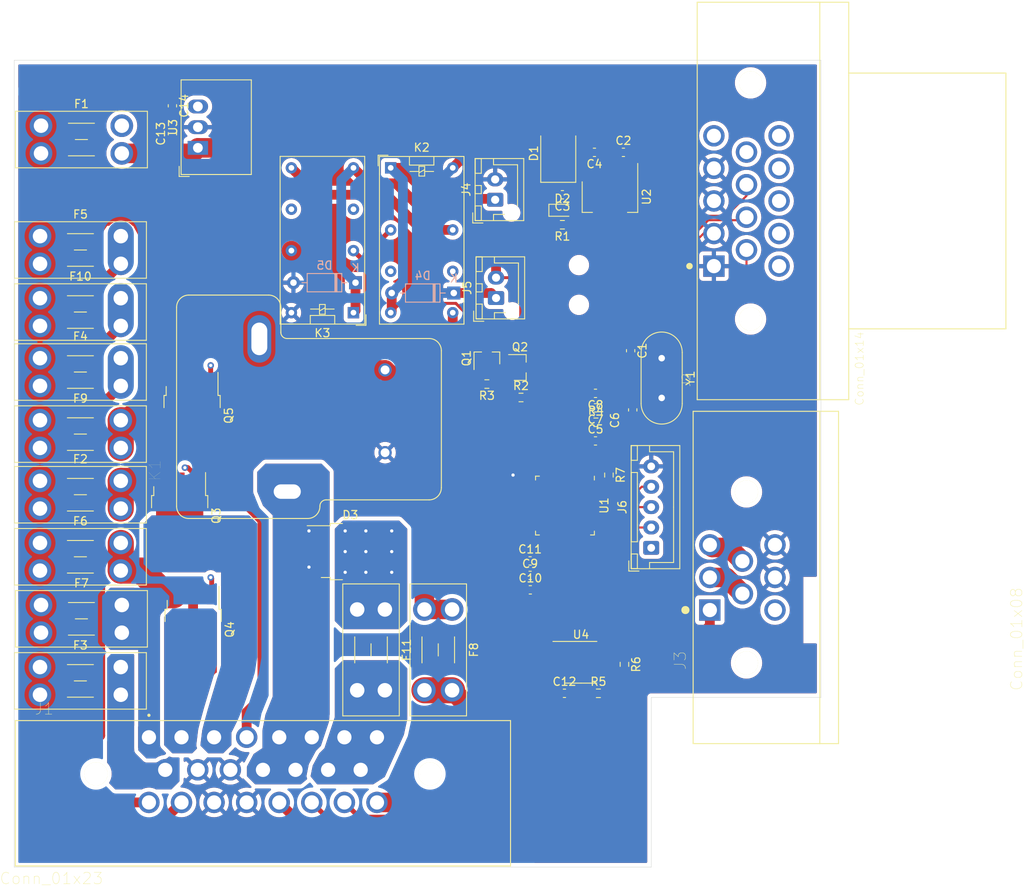
<source format=kicad_pcb>
(kicad_pcb (version 20211014) (generator pcbnew)
  (layers (0 "F.Cu" signal) (31 "B.Cu" signal) (34 "B.Paste" user) (35 "F.Paste" user) (36 "B.SilkS" user "B.Silkscreen") (37 "F.SilkS" user "F.Silkscreen") (38 "B.Mask" user) (39 "F.Mask" user) (44 "Edge.Cuts" user))
  (net 0 "")
  (net 1 "Net-(C1-Pad2)")
  (net 2 "GND")
  (net 3 "Net-(C2-Pad1)")
  (net 4 "+3V3")
  (net 5 "Net-(C5-Pad1)")
  (net 6 "Net-(C6-Pad2)")
  (net 7 "Net-(C7-Pad2)")
  (net 8 "VDD")
  (net 9 "Net-(D2-Pad1)")
  (net 10 "+12VA")
  (net 11 "+12V")
  (net 12 "/FAN_12V")
  (net 13 "/RINEHART")
  (net 14 "/DASH")
  (net 15 "/HVB_12V")
  (net 16 "/PUMP_12V")
  (net 17 "/SPARE")
  (net 18 "/TSV")
  (net 19 "/BRAKE_12V")
  (net 20 "/BRB")
  (net 21 "/DCDC_IN")
  (net 22 "/FAULT_BMS")
  (net 23 "/FAULT_IMD")
  (net 24 "/BRB_RTN")
  (net 25 "+5V")
  (net 26 "/WHEEL_L")
  (net 27 "/WHEEL_R")
  (net 28 "/SUSPENSION_L")
  (net 29 "/SUSPENSION_R")
  (net 30 "/CAN_P")
  (net 31 "/CAN_N")
  (net 32 "/BRAKE_CTRL_12V")
  (net 33 "/FAN_CTRL_12V")
  (net 34 "/PUMP_CTRL_12V")
  (net 35 "B3_TRACESWO")
  (net 36 "A14_SWCLK")
  (net 37 "A13_SWDIO")
  (net 38 "/SSOK")
  (net 39 "/Controller/FAULT_IMD")
  (net 40 "/Controller/FAN_CTRL")
  (net 41 "/Controller/PUMP_CTRL")
  (net 42 "/Controller/BRAKE_CTRL")
  (net 43 "Net-(R5-Pad1)")
  (net 46 "A15")
  (net 49 "/Controller/FAULT_BMS")
  (net 54 "/Controller/CAN_X_P")
  (net 55 "/Controller/CAN_X_N")
  (net 68 "/TEMP_WATER-")
  (net 75 "/NC")
  (net 76 "/charge-controller/dcdc_fuse")
  (net 77 "/FAULT_LATCHER/bms_switch")
  (net 78 "/FAULT_LATCHER/imd_switch")
  (net 79 "/FAULT_LATCHER/connector")
  (footprint "AERO_Footprints:Fuseholder_Blade_Mini_Keystone_3568" (layer "F.Cu") (at 64.128 77.216)
    (fp_text reference "F4")
    (fp_text value "2A")
  )
  (footprint "AERO_Footprints:Fuseholder_Blade_Mini_Keystone_3568" (layer "F.Cu") (at 64.128 115.14)
    (fp_text reference "F3")
    (fp_text value "15A")
  )
  (footprint "AERO_Footprints:Fuseholder_Blade_Mini_Keystone_3568" (layer "F.Cu") (at 64.128 92.28)
    (fp_text reference "F2")
    (fp_text value "10A")
  )
  (footprint "AERO_Footprints:Fuseholder_Blade_Mini_Keystone_3568" (layer "F.Cu") (at 64.128 69.85)
    (fp_text reference "F10")
    (fp_text value "1A")
  )
  (footprint "AERO_Footprints:Fuseholder_Blade_Mini_Keystone_3568" (layer "F.Cu") (at 64.135 62.23)
    (fp_text reference "F5")
    (fp_text value "2A")
  )
  (footprint "AERO_Footprints:Fuseholder_Blade_Mini_Keystone_3568" (layer "F.Cu") (at 64.128 84.836)
    (fp_text reference "F9")
    (fp_text value "2A")
  )
  (footprint "AERO_Footprints:Fuseholder_Blade_Mini_Keystone_3568" (layer "F.Cu") (at 64.255 107.52)
    (fp_text reference "F7")
    (fp_text value "5A")
  )
  (footprint "AERO_Footprints:RELAY_T9VV1K15-12S" (layer "F.Cu") (at 94.4891 84.22245 90)
    (fp_text reference "K1")
    (fp_text value "T9VV1K15-12S")
  )
  (footprint "Package_TO_SOT_SMD:TO-252-2" (layer "F.Cu") (at 102.235 100.965)
    (fp_text reference "D3")
    (fp_text value "D_KAK")
  )
  (footprint "Diode_SMD:D_SMB" (layer "F.Cu") (at 127.762 52.07 90)
    (fp_text reference "D1")
    (fp_text value "D_Schottky")
  )
  (footprint "Connector_JST:JST_XH_B2B-XH-AM_1x02_P2.50mm_Vertical" (layer "F.Cu") (at 120.015 57.765 90)
    (fp_text reference "J4")
    (fp_text value "Conn_01x02")
  )
  (footprint "Relay_THT:Relay_DPDT_Omron_G5V-2" (layer "F.Cu") (at 102.616 71.628 180)
    (fp_text reference "K3")
    (fp_text value "G5V-2")
  )
  (footprint "Package_TO_SOT_SMD:SOT-23" (layer "F.Cu") (at 118.999 77.216 90)
    (fp_text reference "Q1")
    (fp_text value "BSS84")
  )
  (footprint "Package_TO_SOT_SMD:SOT-23" (layer "F.Cu") (at 123.063 78.359)
    (fp_text reference "Q2")
    (fp_text value "2N7002")
  )
  (footprint "Package_DFN_QFN:QFN-48-1EP_7x7mm_P0.5mm_EP5.6x5.6mm" (layer "F.Cu") (at 128.586 95.312 -90)
    (fp_text reference "U1")
    (fp_text value "STM32F413CGUx")
  )
  (footprint "Converter_DCDC:Converter_DCDC_RECOM_R-78B-2.0_THT" (layer "F.Cu") (at 83.5175 51.3925 90)
    (fp_text reference "U3")
    (fp_text value "R-78B5.0-2.0")
  )
  (footprint "Crystal:Crystal_HC49-U_Vertical" (layer "F.Cu") (at 140.462 77.216 -90)
    (fp_text reference "Y1")
    (fp_text value "Crystal")
  )
  (footprint "Relay_THT:Relay_DPDT_Omron_G5V-2" (layer "F.Cu") (at 107.188 53.848)
    (fp_text reference "K2")
    (fp_text value "G5V-2")
  )
  (footprint "AERO_Footprints:Fuseholder_Blade_Mini_Keystone_3568" (layer "F.Cu") (at 64.255 48.67)
    (fp_text reference "F1")
    (fp_text value "2A")
  )
  (footprint "Package_TO_SOT_SMD:SOT-223-3_TabPin2" (layer "F.Cu") (at 134.112 57.404 -90)
    (fp_text reference "U2")
    (fp_text value "LD1117S33TR_SOT223")
  )
  (footprint "AERO_Footprints:Fuseholder_Blade_Mini_Keystone_3568" (layer "F.Cu") (at 64.128 99.9)
    (fp_text reference "F6")
    (fp_text value "15A")
  )
  (footprint "AERO_Footprints:TE_1-776280-1_8pin_Horizontal" (layer "F.Cu") (at 150.876 104.14 90)
    (fp_text reference "J3")
    (fp_text value "Conn_01x08")
  )
  (footprint "AERO_Footprints:Fuseholder_Blade_Mini_Keystone_3568" (layer "F.Cu") (at 106.475 108.07 -90)
    (fp_text reference "F11")
    (fp_text value "20A")
  )
  (footprint "AERO_Footprints:Fuseholder_Blade_Mini_Keystone_3568" (layer "F.Cu") (at 114.73 108.07 -90)
    (fp_text reference "F8")
    (fp_text value "2A")
  )
  (footprint "Capacitor_SMD:C_0603_1608Metric_Pad1.08x0.95mm_HandSolder" (layer "F.Cu") (at 124.3065 103.886)
    (fp_text reference "C9")
    (fp_text value "0.1u")
  )
  (footprint "Capacitor_SMD:C_0603_1608Metric_Pad1.08x0.95mm_HandSolder" (layer "F.Cu") (at 124.333 105.664)
    (fp_text reference "C10")
    (fp_text value "0.1u")
  )
  (footprint "Capacitor_SMD:C_0603_1608Metric_Pad1.08x0.95mm_HandSolder" (layer "F.Cu") (at 124.3065 102.108)
    (fp_text reference "C11")
    (fp_text value "0.1u")
  )
  (footprint "Capacitor_SMD:C_0603_1608Metric_Pad1.08x0.95mm_HandSolder" (layer "F.Cu") (at 128.524 118.364)
    (fp_text reference "C12")
    (fp_text value "0.1u")
  )
  (footprint "LED_SMD:LED_0603_1608Metric_Pad1.05x0.95mm_HandSolder" (layer "F.Cu") (at 128.27 59.055)
    (fp_text reference "D2")
    (fp_text value "LED")
  )
  (footprint "Resistor_SMD:R_0603_1608Metric_Pad0.98x0.95mm_HandSolder" (layer "F.Cu") (at 118.999 80.391 180)
    (fp_text reference "R3")
    (fp_text value "10k")
  )
  (footprint "Resistor_SMD:R_0603_1608Metric_Pad0.98x0.95mm_HandSolder" (layer "F.Cu") (at 123.19 82.042)
    (fp_text reference "R2")
    (fp_text value "10k")
  )
  (footprint "Resistor_SMD:R_0603_1608Metric_Pad0.98x0.95mm_HandSolder" (layer "F.Cu") (at 128.27 60.833 180)
    (fp_text reference "R1")
    (fp_text value "R")
  )
  (footprint "Resistor_SMD:R_0603_1608Metric_Pad0.98x0.95mm_HandSolder" (layer "F.Cu") (at 132.384 85.09)
    (fp_text reference "R4")
    (fp_text value "R")
  )
  (footprint "Capacitor_SMD:C_0603_1608Metric_Pad1.08x0.95mm_HandSolder" (layer "F.Cu") (at 132.334 87.376)
    (fp_text reference "C5")
    (fp_text value "0.1u")
  )
  (footprint "Capacitor_SMD:C_0603_1608Metric_Pad1.08x0.95mm_HandSolder" (layer "F.Cu") (at 136.906 83.566 90)
    (fp_text reference "C6")
    (fp_text value "20p")
  )
  (footprint "Capacitor_SMD:C_0603_1608Metric_Pad1.08x0.95mm_HandSolder" (layer "F.Cu") (at 132.334 81.534 180)
    (fp_text reference "C8")
    (fp_text value "0.1u")
  )
  (footprint "Capacitor_SMD:C_0603_1608Metric_Pad1.08x0.95mm_HandSolder" (layer "F.Cu") (at 128.27 57.15 180)
    (fp_text reference "C3")
    (fp_text value "C")
  )
  (footprint "Capacitor_SMD:C_0603_1608Metric_Pad1.08x0.95mm_HandSolder" (layer "F.Cu") (at 132.334 83.312 180)
    (fp_text reference "C7")
    (fp_text value "0.1u")
  )
  (footprint "Capacitor_SMD:C_0603_1608Metric_Pad1.08x0.95mm_HandSolder" (layer "F.Cu") (at 136.652 76.3005 -90)
    (fp_text reference "C1")
    (fp_text value "20p")
  )
  (footprint "Capacitor_SMD:C_0603_1608Metric_Pad1.08x0.95mm_HandSolder" (layer "F.Cu") (at 132.207 51.943 180)
    (fp_text reference "C4")
    (fp_text value "CP1")
  )
  (footprint "Capacitor_SMD:C_0603_1608Metric_Pad1.08x0.95mm_HandSolder" (layer "F.Cu") (at 135.763 51.943)
    (fp_text reference "C2")
    (fp_text value "C")
  )
  (footprint "Resistor_SMD:R_0603_1608Metric_Pad0.98x0.95mm_HandSolder" (layer "F.Cu") (at 132.6915 118.364)
    (fp_text reference "R5")
    (fp_text value "1k")
  )
  (footprint "Resistor_SMD:R_0603_1608Metric_Pad0.98x0.95mm_HandSolder" (layer "F.Cu") (at 135.89 114.808 -90)
    (fp_text reference "R6")
    (fp_text value "120")
  )
  (footprint "Package_SO:SOIC-8_3.9x4.9mm_P1.27mm" (layer "F.Cu") (at 130.556 114.554)
    (fp_text reference "U4")
    (fp_text value "MCP2551-I-SN")
  )
  (footprint "Connector_JST:JST_XH_B5B-XH-A_1x05_P2.50mm_Vertical" (layer "F.Cu") (at 139.175 100.504 90)
    (fp_text reference "J6")
    (fp_text value "Conn_01x05")
  )
  (footprint "Connector_JST:JST_XH_B2B-XH-AM_1x02_P2.50mm_Vertical" (layer "F.Cu") (at 120.125 69.83 90)
    (fp_text reference "J5")
    (fp_text value "Conn_01x02")
  )
  (footprint "AERO_Footprints:TE_1-776266-1_14pin_Horizontal" (layer "F.Cu") (at 150.876 57.912 90)
    (fp_text reference "J2")
    (fp_text value "Conn_01x14")
  )
  (footprint "AERO_Footprints:TE_1-770669-1_23pin_Horizontal" (layer "F.Cu") (at 77.504 123.762)
    (fp_text reference "J1")
    (fp_text value "Conn_01x23")
  )
  (footprint "Resistor_SMD:R_0603_1608Metric_Pad0.98x0.95mm_HandSolder" (layer "F.Cu") (at 133.985 91.567 -90)
    (fp_text reference "R7")
    (fp_text value "10k")
  )
  (footprint "Package_TO_SOT_SMD:TO-252-3_TabPin4" (layer "F.Cu") (at 82.805 84.26 -90)
    (fp_text reference "Q5")
    (fp_text value "Q_PMOS_GDSD")
  )
  (footprint "Package_TO_SOT_SMD:TO-252-3_TabPin4" (layer "F.Cu") (at 81.28 96.555 -90)
    (fp_text reference "Q3")
    (fp_text value "Q_PMOS_GDSD")
  )
  (footprint "Capacitor_SMD:C_0603_1608Metric_Pad1.08x0.95mm_HandSolder" (layer "F.Cu") (at 80.391 49.657 90)
    (fp_text reference "C13")
    (fp_text value "C")
  )
  (footprint "Package_TO_SOT_SMD:TO-252-3_TabPin4" (layer "F.Cu") (at 82.93 110.525 -90)
    (fp_text reference "Q4")
    (fp_text value "Q_PMOS_GDSD")
  )
  (footprint "Capacitor_SMD:C_0603_1608Metric_Pad1.08x0.95mm_HandSolder" (layer "F.Cu") (at 80.391 46.228 -90)
    (fp_text reference "C14")
    (fp_text value "C")
  )
  (footprint "Diode_THT:D_DO-35_SOD27_P7.62mm_Horizontal" (layer "B.Cu") (at 102.87 67.945 180)
    (fp_text reference "D5")
    (fp_text value "1N4148")
  )
  (footprint "Diode_THT:D_DO-35_SOD27_P7.62mm_Horizontal" (layer "B.Cu") (at 114.935 69.215 180)
    (fp_text reference "D4")
    (fp_text value "1N4148")
  )
  (gr_line (start 60.96 139.7) (end 60.96 40.64) (layer "Edge.Cuts") (width 0.05))
  (gr_line (start 60.96 40.64) (end 160.02 40.64) (layer "Edge.Cuts") (width 0.05))
  (gr_line (start 139.192 139.7) (end 60.96 139.7) (layer "Edge.Cuts") (width 0.05))
  (gr_line (start 160.02 118.872) (end 160.02 40.64) (layer "Edge.Cuts") (width 0.05))
  (gr_line (start 139.192 118.872) (end 139.192 139.7) (layer "Edge.Cuts") (width 0.05))
  (gr_line (start 160.02 118.872) (end 139.192 118.872) (layer "Edge.Cuts") (width 0.05))
  (segment (start 135.05548 87.950146) (end 135.05548 78.75952) (width 0.254) (layer "F.Cu") (net 1))
  (segment (start 134.051146 88.95448) (end 135.05548 87.950146) (width 0.254) (layer "F.Cu") (net 1))
  (segment (start 136.705 77.216) (end 140.462 77.216) (width 0.254) (layer "F.Cu") (net 1))
  (segment (start 130.749146 88.95448) (end 134.051146 88.95448) (width 0.254) (layer "F.Cu") (net 1))
  (segment (start 128.836 91.8745) (end 128.78952 91.82802) (width 0.254) (layer "F.Cu") (net 1))
  (segment (start 136.652 77.163) (end 136.705 77.216) (width 0.254) (layer "F.Cu") (net 1))
  (segment (start 135.05548 78.75952) (end 136.652 77.163) (width 0.254) (layer "F.Cu") (net 1))
  (segment (start 128.78952 90.914106) (end 130.749146 88.95448) (width 0.254) (layer "F.Cu") (net 1))
  (segment (start 128.78952 91.82802) (end 128.78952 90.914106) (width 0.254) (layer "F.Cu") (net 1))
  (segment (start 133.0695 52.9965) (end 131.812 54.254) (width 0.36) (layer "F.Cu") (net 3))
  (segment (start 127.762 54.22) (end 131.778 54.22) (width 1.2) (layer "F.Cu") (net 3))
  (segment (start 133.0695 51.943) (end 134.9005 51.943) (width 1.2) (layer "F.Cu") (net 3))
  (segment (start 133.0695 51.943) (end 133.0695 52.9965) (width 0.36) (layer "F.Cu") (net 3))
  (segment (start 131.778 54.22) (end 131.812 54.254) (width 1.2) (layer "F.Cu") (net 3))
  (segment (start 123.4705 105.664) (end 123.4705 113.1835) (width 0.36) (layer "F.Cu") (net 4))
  (segment (start 134.112 54.254) (end 134.112 60.554) (width 1.2) (layer "F.Cu") (net 4))
  (segment (start 123.444 102.108) (end 123.444 103.886) (width 0.36) (layer "F.Cu") (net 4))
  (segment (start 123.444 103.886) (end 123.444 105.6375) (width 0.36) (layer "F.Cu") (net 4))
  (segment (start 129.1325 57.15) (end 129.1325 59.0425) (width 1.2) (layer "F.Cu") (net 4))
  (segment (start 123.444 98.552) (end 123.92948 98.06652) (width 0.36) (layer "F.Cu") (net 4))
  (segment (start 120.126 78.216) (end 121.031 79.121) (width 0.36) (layer "F.Cu") (net 4))
  (segment (start 123.444 102.108) (end 123.444 98.552) (width 0.36) (layer "F.Cu") (net 4))
  (segment (start 132.613 59.055) (end 134.112 60.554) (width 1.2) (layer "F.Cu") (net 4))
  (segment (start 121.031 80.7955) (end 122.2775 82.042) (width 0.36) (layer "F.Cu") (net 4))
  (segment (start 123.4705 113.1835) (end 125.476 115.189) (width 0.36) (layer "F.Cu") (net 4))
  (segment (start 129.145 59.055) (end 132.613 59.055) (width 1.2) (layer "F.Cu") (net 4))
  (segment (start 119.949 78.216) (end 120.126 78.216) (width 0.36) (layer "F.Cu") (net 4))
  (segment (start 123.4705 114.173) (end 123.4705 113.1835) (width 0.36) (layer "F.Cu") (net 4))
  (segment (start 121.031 79.121) (end 121.031 80.7955) (width 0.36) (layer "F.Cu") (net 4))
  (segment (start 123.92948 98.06652) (end 125.1485 98.06652) (width 0.36) (layer "F.Cu") (net 4))
  (segment (start 129.1325 59.0425) (end 129.145 59.055) (width 1.2) (layer "F.Cu") (net 4))
  (segment (start 125.476 115.189) (end 128.081 115.189) (width 0.36) (layer "F.Cu") (net 4))
  (segment (start 127.6615 118.364) (end 123.4705 114.173) (width 0.36) (layer "F.Cu") (net 4))
  (segment (start 123.444 105.6375) (end 123.4705 105.664) (width 0.36) (layer "F.Cu") (net 4))
  (segment (start 131.4715 87.376) (end 130.048 87.376) (width 0.254) (layer "F.Cu") (net 5))
  (segment (start 128.336 89.088) (end 128.336 91.8745) (width 0.254) (layer "F.Cu") (net 5))
  (segment (start 130.048 87.376) (end 128.336 89.088) (width 0.254) (layer "F.Cu") (net 5))
  (segment (start 135.509 83.693) (end 136.271 82.931) (width 0.254) (layer "F.Cu") (net 6))
  (segment (start 136.6785 82.931) (end 136.906 82.7035) (width 0.254) (layer "F.Cu") (net 6))
  (segment (start 129.336 91.009) (end 130.937 89.408) (width 0.254) (layer "F.Cu") (net 6))
  (segment (start 135.509 88.138) (end 135.509 83.693) (width 0.254) (layer "F.Cu") (net 6))
  (segment (start 136.271 82.931) (end 136.6785 82.931) (width 0.254) (layer "F.Cu") (net 6))
  (segment (start 137.5135 82.096) (end 140.462 82.096) (width 0.254) (layer "F.Cu") (net 6))
  (segment (start 134.239 89.408) (end 135.509 88.138) (width 0.254) (layer "F.Cu") (net 6))
  (segment (start 130.937 89.408) (end 134.239 89.408) (width 0.254) (layer "F.Cu") (net 6))
  (segment (start 136.906 82.7035) (end 137.5135 82.096) (width 0.254) (layer "F.Cu") (net 6))
  (segment (start 129.336 91.8745) (end 129.336 91.009) (width 0.254) (layer "F.Cu") (net 6))
  (segment (start 131.4715 81.534) (end 131.4715 85.09) (width 0.254) (layer "F.Cu") (net 7))
  (segment (start 131.4715 85.311126) (end 131.4715 85.09) (width 0.254) (layer "F.Cu") (net 7))
  (segment (start 127.336 89.446626) (end 131.4715 85.311126) (width 0.254) (layer "F.Cu") (net 7))
  (segment (start 127.336 91.8745) (end 127.336 89.446626) (width 0.254) (layer "F.Cu") (net 7))
  (segment (start 119.51 69.215) (end 120.125 69.83) (width 1.2) (layer "F.Cu") (net 8))
  (segment (start 114.935 69.215) (end 119.51 69.215) (width 1.2) (layer "F.Cu") (net 8))
  (segment (start 83.5175 51.3925) (end 117.7715 51.3925) (width 2.4) (layer "F.Cu") (net 8))
  (segment (start 74.175 52.07) (end 82.84 52.07) (width 2.4) (layer "F.Cu") (net 8))
  (segment (start 117.7715 51.3925) (end 126.2895 51.3925) (width 2.4) (layer "F.Cu") (net 8))
  (segment (start 82.84 52.07) (end 83.5175 51.3925) (width 2.4) (layer "F.Cu") (net 8))
  (segment (start 117.2635 51.3925) (end 117.7715 51.3925) (width 1.2) (layer "F.Cu") (net 8))
  (segment (start 114.808 53.848) (end 117.2635 51.3925) (width 1.2) (layer "F.Cu") (net 8))
  (segment (start 126.2895 51.3925) (end 127.762 49.92) (width 2.4) (layer "F.Cu") (net 8))
  (segment (start 112.395 69.215) (end 114.935 69.215) (width 1.2) (layer "B.Cu") (net 8))
  (segment (start 111.506 57.15) (end 111.506 68.326) (width 1.2) (layer "B.Cu") (net 8))
  (segment (start 114.808 53.848) (end 111.506 57.15) (width 1.2) (layer "B.Cu") (net 8))
  (segment (start 111.506 68.326) (end 112.395 69.215) (width 1.2) (layer "B.Cu") (net 8))
  (segment (start 127.395 60.7955) (end 127.3575 60.833) (width 0.36) (layer "F.Cu") (net 9))
  (segment (start 127.395 59.055) (end 127.395 60.7955) (width 0.36) (layer "F.Cu") (net 9))
  (via (at 97.155 102.87) (size 0.8) (drill 0.4) (layers "F.Cu" "B.Cu") (net 10))
  (via (at 97.155 98.425) (size 0.8) (drill 0.4) (layers "F.Cu" "B.Cu") (net 10))
  (segment (start 74.048 92.28) (end 74.048 95.68) (width 3.2) (layer "F.Cu") (net 12))
  (segment (start 74.048 92.28) (end 78.80548 92.28) (width 3.2) (layer "F.Cu") (net 12))
  (segment (start 78.80548 92.28) (end 78.88048 92.355) (width 3.2) (layer "F.Cu") (net 12))
  (segment (start 67.945 129.413) (end 70.294 131.762) (width 1.2) (layer "F.Cu") (net 14))
  (segment (start 71.52799 123.54401) (end 68.778999 126.293001) (width 1.2) (layer "F.Cu") (net 14))
  (segment (start 71.52799 83.01601) (end 71.52799 123.54401) (width 1.2) (layer "F.Cu") (net 14))
  (segment (start 68.726219 126.293001) (end 67.945 127.07422) (width 1.2) (layer "F.Cu") (net 14))
  (segment (start 74.048 80.616) (end 71.64799 83.01601) (width 1.2) (layer "F.Cu") (net 14))
  (segment (start 70.294 131.762) (end 77.504 131.762) (width 1.2) (layer "F.Cu") (net 14))
  (segment (start 67.945 127.07422) (end 67.945 129.413) (width 1.2) (layer "F.Cu") (net 14))
  (segment (start 68.778999 126.293001) (end 68.726219 126.293001) (width 1.2) (layer "F.Cu") (net 14))
  (segment (start 74.048 80.616) (end 74.048 77.216) (width 3.2) (layer "B.Cu") (net 14))
  (segment (start 146.376 110.037) (end 146.376 108.14) (width 1.2) (layer "F.Cu") (net 15))
  (segment (start 119.540429 136.872571) (end 146.376 110.037) (width 1.2) (layer "F.Cu") (net 15))
  (segment (start 65.14596 130.62518) (end 71.393351 136.872571) (width 1.2) (layer "F.Cu") (net 15))
  (segment (start 65.14596 125.91482) (end 65.14596 130.62518) (width 1.2) (layer "F.Cu") (net 15))
  (segment (start 68.58 71.105) (end 68.58 122.48078) (width 1.2) (layer "F.Cu") (net 15))
  (segment (start 68.58 122.48078) (end 65.14596 125.91482) (width 1.2) (layer "F.Cu") (net 15))
  (segment (start 74.055 65.63) (end 68.58 71.105) (width 1.2) (layer "F.Cu") (net 15))
  (segment (start 71.393351 136.872571) (end 119.540429 136.872571) (width 1.2) (layer "F.Cu") (net 15))
  (segment (start 74.048 65.376) (end 74.048 61.976) (width 3.2) (layer "B.Cu") (net 15))
  (segment (start 76.580489 103.3) (end 79.605489 106.325) (width 3.2) (layer "F.Cu") (net 16))
  (segment (start 74.048 103.3) (end 76.580489 103.3) (width 3.2) (layer "F.Cu") (net 16))
  (segment (start 74.048 99.9) (end 74.048 103.3) (width 3.2) (layer "F.Cu") (net 16))
  (segment (start 79.605489 106.325) (end 80.53048 106.325) (width 3.2) (layer "F.Cu") (net 16))
  (segment (start 116.119999 128.990001) (end 116.119999 119.379999) (width 2.4) (layer "F.Cu") (net 18))
  (segment (start 114.73 117.99) (end 111.33 117.99) (width 3.2) (layer "F.Cu") (net 18))
  (segment (start 105.504 131.762) (end 113.348 131.762) (width 2.4) (layer "F.Cu") (net 18))
  (segment (start 113.348 131.762) (end 116.119999 128.990001) (width 2.4) (layer "F.Cu") (net 18))
  (segment (start 116.119999 119.379999) (end 114.73 117.99) (width 2.4) (layer "F.Cu") (net 18))
  (segment (start 74.048 84.836) (end 75.264489 84.836) (width 3.2) (layer "F.Cu") (net 19))
  (segment (start 80.040489 80.06) (end 80.405489 80.06) (width 3.2) (layer "F.Cu") (net 19))
  (segment (start 74.048 84.836) (end 74.048 88.236) (width 3.2) (layer "F.Cu") (net 19))
  (segment (start 75.264489 84.836) (end 80.040489 80.06) (width 3.2) (layer "F.Cu") (net 19))
  (segment (start 71.12 134.62) (end 78.646 134.62) (width 1.2) (layer "F.Cu") (net 20))
  (segment (start 74.048 73.25) (end 70.12847 77.16953) (width 1.2) (layer "F.Cu") (net 20))
  (segment (start 78.646 134.62) (end 81.504 131.762) (width 1.2) (layer "F.Cu") (net 20))
  (segment (start 70.12847 77.16953) (end 70.12847 122.91153) (width 1.2) (layer "F.Cu") (net 20))
  (segment (start 66.54548 130.04548) (end 71.12 134.62) (width 1.2) (layer "F.Cu") (net 20))
  (segment (start 66.54548 126.49452) (end 66.54548 130.04548) (width 1.2) (layer "F.Cu") (net 20))
  (segment (start 70.12847 122.91153) (end 66.54548 126.49452) (width 1.2) (layer "F.Cu") (net 20))
  (segment (start 74.048 72.996) (end 74.048 69.596) (width 3.2) (layer "B.Cu") (net 20))
  (segment (start 113.939473 133.574011) (end 118.11 129.403484) (width 0.6) (layer "F.Cu") (net 22))
  (segment (start 118.11 86.995) (end 104.14 73.025) (width 0.6) (layer "F.Cu") (net 22))
  (segment (start 104.169511 65.561511) (end 102.616 64.008) (width 0.6) (layer "F.Cu") (net 22))
  (segment (start 104.169511 72.995489) (end 104.169511 65.561511) (width 0.6) (layer "F.Cu") (net 22))
  (segment (start 101.504 131.762) (end 103.316011 133.574011) (width 0.6) (layer "F.Cu") (net 22))
  (segment (start 104.14 73.025) (end 104.169511 72.995489) (width 0.6) (layer "F.Cu") (net 22))
  (segment (start 118.11 129.403484) (end 118.11 86.995) (width 0.6) (layer "F.Cu") (net 22))
  (segment (start 103.316011 133.574011) (end 113.939473 133.574011) (width 0.6) (layer "F.Cu") (net 22))
  (segment (start 118.90952 129.734656) (end 118.90952 86.52452) (width 0.6) (layer "F.Cu") (net 23))
  (segment (start 100.115531 134.373531) (end 114.270645 134.373531) (width 0.6) (layer "F.Cu") (net 23))
  (segment (start 97.504 131.762) (end 100.115531 134.373531) (width 0.6) (layer "F.Cu") (net 23))
  (segment (start 104.969031 63.686969) (end 107.188 61.468) (width 0.6) (layer "F.Cu") (net 23))
  (segment (start 114.270645 134.373531) (end 118.90952 129.734656) (width 0.6) (layer "F.Cu") (net 23))
  (segment (start 118.90952 86.52452) (end 104.969031 72.584031) (width 0.6) (layer "F.Cu") (net 23))
  (segment (start 104.969031 72.584031) (end 104.969031 63.686969) (width 0.6) (layer "F.Cu") (net 23))
  (segment (start 97.215051 135.473051) (end 114.726081 135.473051) (width 1.2) (layer "F.Cu") (net 24))
  (segment (start 93.504 131.762) (end 97.215051 135.473051) (width 1.2) (layer "F.Cu") (net 24))
  (segment (start 114.726081 135.473051) (end 120.00904 130.190092) (width 1.2) (layer "F.Cu") (net 24))
  (segment (start 120.00904 86.069084) (end 114.808 80.868044) (width 1.2) (layer "F.Cu") (net 24))
  (segment (start 120.00904 130.190092) (end 120.00904 86.069084) (width 1.2) (layer "F.Cu") (net 24))
  (segment (start 114.808 80.868044) (end 114.808 71.628) (width 1.2) (layer "F.Cu") (net 24))
  (segment (start 126.836 89.064) (end 129.667 86.233) (width 0.254) (layer "F.Cu") (net 26))
  (segment (start 129.667 86.233) (end 129.667 78.486) (width 0.254) (layer "F.Cu") (net 26))
  (segment (start 142.241 65.912) (end 146.876 65.912) (width 0.254) (layer "F.Cu") (net 26))
  (segment (start 126.836 91.8745) (end 126.836 89.064) (width 0.254) (layer "F.Cu") (net 26))
  (segment (start 129.667 78.486) (end 142.241 65.912) (width 0.254) (layer "F.Cu") (net 26))
  (segment (start 126.456626 88.802) (end 129.21348 86.045146) (width 0.254) (layer "F.Cu") (net 27))
  (segment (start 129.21348 86.045146) (end 129.21348 78.298146) (width 0.254) (layer "F.Cu") (net 27))
  (segment (start 145.599626 61.912) (end 146.876 61.912) (width 0.254) (layer "F.Cu") (net 27))
  (segment (start 126.336 88.802) (end 126.456626 88.802) (width 0.254) (layer "F.Cu") (net 27))
  (segment (start 129.21348 78.298146) (end 145.599626 61.912) (width 0.254) (layer "F.Cu") (net 27))
  (segment (start 126.336 91.8745) (end 126.336 88.802) (width 0.254) (layer "F.Cu") (net 27))
  (segment (start 144.710126 61.759961) (end 146.197098 60.272989) (width 0.254) (layer "F.Cu") (net 28))
  (segment (start 125.836 91.8745) (end 125.836 88.660626) (width 0.254) (layer "F.Cu") (net 28))
  (segment (start 128.75996 85.736666) (end 128.75996 78.110292) (width 0.254) (layer "F.Cu") (net 28))
  (segment (start 125.836 88.660626) (end 128.75996 85.736666) (width 0.254) (layer "F.Cu") (net 28))
  (segment (start 144.710126 62.160126) (end 144.710126 61.759961) (width 0.254) (layer "F.Cu") (net 28))
  (segment (start 150.515011 60.272989) (end 150.876 59.912) (width 0.254) (layer "F.Cu") (net 28))
  (segment (start 128.75996 78.110292) (end 144.710126 62.160126) (width 0.254) (layer "F.Cu") (net 28))
  (segment (start 146.197098 60.272989) (end 150.515011 60.272989) (width 0.254) (layer "F.Cu") (net 28))
  (segment (start 125.1485 92.562) (end 125.1485 88.706752) (width 0.254) (layer "F.Cu") (net 29))
  (segment (start 128.30644 77.922438) (end 143.754439 62.474439) (width 0.254) (layer "F.Cu") (net 29))
  (segment (start 128.30644 85.548812) (end 128.30644 77.922438) (width 0.254) (layer "F.Cu") (net 29))
  (segment (start 146.094357 59.734356) (end 148.418644 59.734356) (width 0.254) (layer "F.Cu") (net 29))
  (segment (start 125.1485 88.706752) (end 128.30644 85.548812) (width 0.254) (layer "F.Cu") (net 29))
  (segment (start 148.418644 59.734356) (end 150.876 57.277) (width 0.254) (layer "F.Cu") (net 29))
  (segment (start 150.876 57.277) (end 150.876 55.912) (width 0.254) (layer "F.Cu") (net 29))
  (segment (start 143.754439 62.474439) (end 143.754439 62.074274) (width 0.254) (layer "F.Cu") (net 29))
  (segment (start 143.754439 62.074274) (end 146.094357 59.734356) (width 0.254) (layer "F.Cu") (net 29))
  (segment (start 150.376 102.14) (end 148.693 100.457) (width 2.4) (layer "F.Cu") (net 30))
  (segment (start 146.693 100.457) (end 146.376 100.14) (width 2.4) (layer "F.Cu") (net 30))
  (segment (start 148.693 100.457) (end 146.693 100.457) (width 2.4) (layer "F.Cu") (net 30))
  (segment (start 148.376 104.14) (end 150.376 106.14) (width 2.4) (layer "F.Cu") (net 31))
  (segment (start 146.376 104.14) (end 148.376 104.14) (width 2.4) (layer "F.Cu") (net 31))
  (segment (start 82.805 82.195) (end 82.805 88.495) (width 1.2) (layer "F.Cu") (net 32))
  (segment (start 91.44 97.13) (end 91.44 118.745) (width 1.2) (layer "F.Cu") (net 32))
  (segment (start 82.805 88.495) (end 91.44 97.13) (width 1.2) (layer "F.Cu") (net 32))
  (segment (start 89.504 120.681) (end 89.504 123.762) (width 1.2) (layer "F.Cu") (net 32))
  (segment (start 82.805 80.06) (end 82.805 86.36) (width 1.2) (layer "F.Cu") (net 32))
  (segment (start 91.44 118.745) (end 89.504 120.681) (width 1.2) (layer "F.Cu") (net 32))
  (segment (start 81.28 92.355) (end 81.28 100.33) (width 1.2) (layer "F.Cu") (net 33))
  (segment (start 82.93 105.655) (end 82.93 111.955) (width 1.2) (layer "F.Cu") (net 34))
  (segment (start 138.009 93.004) (end 139.175 93.004) (width 0.254) (layer "F.Cu") (net 35))
  (segment (start 133.951 97.062) (end 138.009 93.004) (width 0.254) (layer "F.Cu") (net 35))
  (segment (start 132.0235 97.062) (end 133.951 97.062) (width 0.254) (layer "F.Cu") (net 35))
  (segment (start 137.033 95.504) (end 139.175 95.504) (width 0.254) (layer "F.Cu") (net 36))
  (segment (start 132.0235 98.062) (end 134.475 98.062) (width 0.254) (layer "F.Cu") (net 36))
  (segment (start 134.475 98.062) (end 137.033 95.504) (width 0.254) (layer "F.Cu") (net 36))
  (segment (start 130.336 98.7495) (end 130.336 100.11) (width 0.254) (layer "F.Cu") (net 37))
  (segment (start 132.594374 100.584) (end 135.174374 98.004) (width 0.254) (layer "F.Cu") (net 37))
  (segment (start 130.81 100.584) (end 132.594374 100.584) (width 0.254) (layer "F.Cu") (net 37))
  (segment (start 135.174374 98.004) (end 139.175 98.004) (width 0.254) (layer "F.Cu") (net 37))
  (segment (start 130.336 100.11) (end 130.81 100.584) (width 0.254) (layer "F.Cu") (net 37))
  (segment (start 106.4991 78.65745) (end 111.33 83.48835) (width 2.4) (layer "F.Cu") (net 38))
  (segment (start 111.33 83.48835) (end 111.33 108.07) (width 2.4) (layer "F.Cu") (net 38))
  (segment (start 99.06 68.072) (end 99.06 75.565) (width 2.4) (layer "F.Cu") (net 38))
  (segment (start 111.33 108.07) (end 114.73 108.07) (width 2.4) (layer "F.Cu") (net 38))
  (segment (start 102.15245 78.65745) (end 106.4991 78.65745) (width 2.4) (layer "F.Cu") (net 38))
  (segment (start 99.06 75.565) (end 102.15245 78.65745) (width 2.4) (layer "F.Cu") (net 38))
  (segment (start 94.996 64.008) (end 99.06 68.072) (width 2.4) (layer "F.Cu") (net 38))
  (segment (start 125.10952 95.10848) (end 122.419854 95.10848) (width 0.254) (layer "F.Cu") (net 39))
  (segment (start 125.1485 95.0695) (end 125.10952 95.10848) (width 0.254) (layer "F.Cu") (net 39))
  (segment (start 124.063 82.0025) (end 124.063 78.359) (width 0.36) (layer "F.Cu") (net 39))
  (segment (start 124.1025 83.1615) (end 124.1025 82.042) (width 0.254) (layer "F.Cu") (net 39))
  (segment (start 121.48452 85.77948) (end 124.1025 83.1615) (width 0.254) (layer "F.Cu") (net 39))
  (segment (start 124.1025 82.042) (end 124.063 82.0025) (width 0.36) (layer "F.Cu") (net 39))
  (segment (start 121.48452 94.173146) (end 121.48452 85.77948) (width 0.254) (layer "F.Cu") (net 39))
  (segment (start 125.1485 95.062) (end 125.1485 95.0695) (width 0.254) (layer "F.Cu") (net 39))
  (segment (start 122.419854 95.10848) (end 121.48452 94.173146) (width 0.254) (layer "F.Cu") (net 39))
  (segment (start 82.280987 90.656965) (end 81.921903 90.656965) (width 0.6) (layer "F.Cu") (net 40))
  (segment (start 83.56 92.355) (end 83.465 92.355) (width 0.6) (layer "F.Cu") (net 40))
  (segment (start 83.465 92.355) (end 83.465 91.840978) (width 0.6) (layer "F.Cu") (net 40))
  (segment (start 83.465 91.840978) (end 82.280987 90.656965) (width 0.6) (layer "F.Cu") (net 40))
  (via (at 81.921903 90.656965) (size 0.8) (drill 0.4) (layers "F.Cu" "B.Cu") (net 40))
  (segment (start 85.21 106.325) (end 85.21 106.165) (width 0.6) (layer "F.Cu") (net 41))
  (segment (start 85.21 106.165) (end 85.21 104.26) (width 0.6) (layer "F.Cu") (net 41))
  (segment (start 85.21 104.26) (end 85.09 104.14) (width 0.6) (layer "F.Cu") (net 41))
  (via (at 85.09 104.14) (size 0.8) (drill 0.4) (layers "F.Cu" "B.Cu") (net 41))
  (segment (start 125.1485 93.062) (end 123.70602 93.062) (width 0.254) (layer "F.Cu") (net 42))
  (segment (start 85.085 78.11) (end 85.09 78.105) (width 0.6) (layer "F.Cu") (net 42))
  (segment (start 123.70602 93.062) (end 122.21102 91.567) (width 0.254) (layer "F.Cu") (net 42))
  (segment (start 85.085 80.06) (end 85.085 78.11) (width 0.6) (layer "F.Cu") (net 42))
  (via (at 85.09 78.105) (size 0.8) (drill 0.4) (layers "F.Cu" "B.Cu") (net 42))
  (via (at 122.21102 91.567) (size 0.8) (drill 0.4) (layers "F.Cu" "B.Cu") (net 42))
  (segment (start 122.21102 91.567) (end 112.903 91.567) (width 0.254) (layer "B.Cu") (net 42))
  (segment (start 131.826 112.649) (end 133.031 112.649) (width 0.36) (layer "F.Cu") (net 43))
  (segment (start 131.064 113.411) (end 131.826 112.649) (width 0.36) (layer "F.Cu") (net 43))
  (segment (start 131.779 118.364) (end 131.064 117.649) (width 0.36) (layer "F.Cu") (net 43))
  (segment (start 131.064 117.649) (end 131.064 113.411) (width 0.36) (layer "F.Cu") (net 43))
  (segment (start 119.9115 84.6055) (end 119.9115 80.391) (width 0.254) (layer "F.Cu") (net 49))
  (segment (start 118.999 79.4785) (end 119.9115 80.391) (width 0.36) (layer "F.Cu") (net 49))
  (segment (start 118.999 76.216) (end 118.999 79.4785) (width 0.36) (layer "F.Cu") (net 49))
  (segment (start 125.1485 95.562) (end 122.232 95.562) (width 0.254) (layer "F.Cu") (net 49))
  (segment (start 121.031 85.725) (end 119.9115 84.6055) (width 0.254) (layer "F.Cu") (net 49))
  (segment (start 121.031 94.361) (end 121.031 85.725) (width 0.254) (layer "F.Cu") (net 49))
  (segment (start 122.232 95.562) (end 121.031 94.361) (width 0.254) (layer "F.Cu") (net 49))
  (segment (start 150.876 68.961) (end 150.876 63.912) (width 0.254) (layer "F.Cu") (net 68))
  (segment (start 131.318 90.551) (end 133.8815 90.551) (width 0.254) (layer "F.Cu") (net 68))
  (segment (start 144.653 75.184) (end 150.876 68.961) (width 0.254) (layer "F.Cu") (net 68))
  (segment (start 144.653 79.9865) (end 144.653 75.184) (width 0.254) (layer "F.Cu") (net 68))
  (segment (start 133.8815 90.551) (end 133.985 90.6545) (width 0.254) (layer "F.Cu") (net 68))
  (segment (start 133.985 90.6545) (end 144.653 79.9865) (width 0.254) (layer "F.Cu") (net 68))
  (segment (start 130.836 91.033) (end 131.318 90.551) (width 0.254) (layer "F.Cu") (net 68))
  (segment (start 130.836 91.8745) (end 130.836 91.033) (width 0.254) (layer "F.Cu") (net 68))
  (via (at 101.6 98.425) (size 0.8) (drill 0.4) (layers "F.Cu" "B.Cu") (net 76))
  (via (at 107.315 100.965) (size 0.8) (drill 0.4) (layers "F.Cu" "B.Cu") (net 76))
  (via (at 101.6 103.505) (size 0.8) (drill 0.4) (layers "F.Cu" "B.Cu") (net 76))
  (via (at 104.14 100.965) (size 0.8) (drill 0.4) (layers "F.Cu" "B.Cu") (net 76))
  (via (at 104.14 103.505) (size 0.8) (drill 0.4) (layers "F.Cu" "B.Cu") (net 76))
  (via (at 104.14 98.425) (size 0.8) (drill 0.4) (layers "F.Cu" "B.Cu") (net 76))
  (via (at 101.6 100.965) (size 0.8) (drill 0.4) (layers "F.Cu" "B.Cu") (net 76))
  (via (at 107.315 103.505) (size 0.8) (drill 0.4) (layers "F.Cu" "B.Cu") (net 76))
  (via (at 107.315 98.425) (size 0.8) (drill 0.4) (layers "F.Cu" "B.Cu") (net 76))
  (segment (start 119.90548 57.65548) (end 120.015 57.765) (width 1.2) (layer "F.Cu") (net 77))
  (segment (start 107.315 71.501) (end 107.188 71.628) (width 1.2) (layer "F.Cu") (net 77))
  (segment (start 108.331 70.485) (end 107.188 71.628) (width 0.36) (layer "F.Cu") (net 77))
  (segment (start 118.049 73.34234) (end 115.19166 70.485) (width 0.36) (layer "F.Cu") (net 77))
  (segment (start 112.26548 57.65548) (end 119.90548 57.65548) (width 1.2) (layer "F.Cu") (net 77))
  (segment (start 108.458 53.848) (end 112.26548 57.65548) (width 1.2) (layer "F.Cu") (net 77))
  (segment (start 107.315 69.215) (end 107.315 71.501) (width 1.2) (layer "F.Cu") (net 77))
  (segment (start 115.19166 70.485) (end 108.331 70.485) (width 0.36) (layer "F.Cu") (net 77))
  (segment (start 118.049 78.216) (end 118.049 73.34234) (width 0.36) (layer "F.Cu") (net 77))
  (segment (start 107.188 53.848) (end 108.458 53.848) (width 1.2) (layer "F.Cu") (net 77))
  (segment (start 108.687511 55.347511) (end 107.188 53.848) (width 1.2) (layer "B.Cu") (net 77))
  (segment (start 107.315 69.215) (end 108.687511 67.842489) (width 1.2) (layer "B.Cu") (net 77))
  (segment (start 108.687511 67.842489) (end 108.687511 55.347511) (width 1.2) (layer "B.Cu") (net 77))
  (segment (start 107.82048 55.75048) (end 111.125 59.055) (width 1.2) (layer "F.Cu") (net 78))
  (segment (start 121.686 67.33) (end 120.125 67.33) (width 0.36) (layer "F.Cu") (net 78))
  (segment (start 102.87 67.945) (end 102.87 71.374) (width 1.2) (layer "F.Cu") (net 78))
  (segment (start 104.51848 55.75048) (end 107.82048 55.75048) (width 1.2) (layer "F.Cu") (net 78))
  (segment (start 114.935 59.055) (end 120.125 64.245) (width 1.2) (layer "F.Cu") (net 78))
  (segment (start 102.87 71.374) (end 102.616 71.628) (width 1.2) (layer "F.Cu") (net 78))
  (segment (start 123.154521 76.317479) (end 123.154521 68.798521) (width 0.36) (layer "F.Cu") (net 78))
  (segment (start 120.125 64.245) (end 120.125 67.33) (width 1.2) (layer "F.Cu") (net 78))
  (segment (start 122.063 77.409) (end 123.154521 76.317479) (width 0.36) (layer "F.Cu") (net 78))
  (segment (start 102.616 53.848) (end 104.51848 55.75048) (width 1.2) (layer "F.Cu") (net 78))
  (segment (start 111.125 59.055) (end 114.935 59.055) (width 1.2) (layer "F.Cu") (net 78))
  (segment (start 123.154521 68.798521) (end 121.686 67.33) (width 0.36) (layer "F.Cu") (net 78))
  (segment (start 102.87 67.945) (end 101.116489 66.191489) (width 1.2) (layer "B.Cu") (net 78))
  (segment (start 101.116489 55.347511) (end 102.616 53.848) (width 1.2) (layer "B.Cu") (net 78))
  (segment (start 101.116489 66.191489) (end 101.116489 55.347511) (width 1.2) (layer "B.Cu") (net 78))
  (segment (start 94.996 53.848) (end 98.298 57.15) (width 1.2) (layer "F.Cu") (net 79))
  (segment (start 106.68 57.15) (end 110.998 61.468) (width 1.2) (layer "F.Cu") (net 79))
  (segment (start 98.298 57.15) (end 106.68 57.15) (width 1.2) (layer "F.Cu") (net 79))
  (segment (start 110.998 61.468) (end 114.808 61.468) (width 1.2) (layer "F.Cu") (net 79))
  (zone (net 2) (net_name "GND") (layer "F.Cu") (connect_pads (clearance 0.508)) (min_thickness 0.254) (fill yes (thermal_gap 0.508) (thermal_bridge_width 0.508))
    (polygon (pts (xy 160.02 118.872) (xy 139.192 118.872) (xy 139.192 139.7) (xy 60.96 139.7) (xy 60.96 40.64) (xy 160.02 40.64)))
  )
  (zone (net 17) (net_name "/SPARE") (layers F&B.Cu) (priority 2) (connect_pads yes (clearance 0.508)) (min_thickness 0.254) (fill yes (thermal_gap 0.508) (thermal_bridge_width 0.508) (smoothing chamfer) (radius 1))
    (polygon (pts (xy 80.01 126.365) (xy 76.2 126.365) (xy 76.2 113.03) (xy 71.755 113.03) (xy 71.755 105.41) (xy 80.01 105.41)))
  )
  (zone (net 21) (net_name "/DCDC_IN") (layers F&B.Cu) (priority 5) (connect_pads yes (clearance 0.508)) (min_thickness 0.254) (fill yes (thermal_gap 0.508) (thermal_bridge_width 0.508) (smoothing chamfer) (radius 1))
    (polygon (pts (xy 109.22 122.555) (xy 106.045 129.54) (xy 97.155 129.54) (xy 97.79 126.365) (xy 99.06 125.095) (xy 100.33 121.285) (xy 100.33 114.3) (xy 109.22 114.3)))
  )
  (zone (net 10) (net_name "+12VA") (layers F&B.Cu) (priority 4) (connect_pads yes (clearance 0.508)) (min_thickness 0.254) (fill yes (thermal_gap 0.508) (thermal_bridge_width 0.508) (smoothing chamfer) (radius 1))
    (polygon (pts (xy 99.695 121.92) (xy 99.06 125.095) (xy 97.79 126.365) (xy 97.155 129.54) (xy 89.535 129.54) (xy 89.535 126.365) (xy 91.44 125.095) (xy 91.44 121.92) (xy 92.71 118.745) (xy 92.71 96.52) (xy 90.805 94.615) (xy 90.805 90.17) (xy 99.695 90.17)))
  )
  (zone (net 13) (net_name "/RINEHART") (layers F&B.Cu) (priority 1) (connect_pads yes (clearance 0.508)) (min_thickness 0.254) (fill yes (thermal_gap 0.508) (thermal_bridge_width 0.508) (smoothing chamfer) (radius 1))
    (polygon (pts (xy 77.453423 120.003776) (xy 76.183423 123.178776) (xy 76.183423 125.083776) (xy 81.263423 125.083776) (xy 81.263423 130.163776) (xy 72.373423 130.163776) (xy 72.373423 113.018776) (xy 77.453423 113.018776)))
  )
  (zone (net 11) (net_name "+12V") (layer "F.Cu") (priority 5) (connect_pads yes (clearance 0.508)) (min_thickness 0.254) (fill yes (thermal_gap 0.508) (thermal_bridge_width 0.508) (smoothing chamfer) (radius 1))
    (polygon (pts (xy 67.945 53.975) (xy 77.47 53.975) (xy 94.615 70.485) (xy 94.615 78.74) (xy 88.265 78.74) (xy 83.185 74.93) (xy 75.565 60.96) (xy 72.39 60.96) (xy 67.945 67.31) (xy 67.945 121.285) (xy 61.595 121.285) (xy 60.96 44.45) (xy 67.31 44.45)))
  )
  (zone (net 76) (net_name "/charge-controller/dcdc_fuse") (layers F&B.Cu) (priority 5) (connect_pads yes (clearance 0.508)) (min_thickness 0.254) (fill yes (thermal_gap 0.508) (thermal_bridge_width 0.508) (smoothing chamfer) (radius 1))
    (polygon (pts (xy 109.22 110.49) (xy 100.33 110.49) (xy 100.33 97.155) (xy 109.22 97.155)))
  )
  (zone (net 34) (net_name "/PUMP_CTRL_12V") (layers F&B.Cu) (priority 3) (connect_pads yes (clearance 0.508)) (min_thickness 0.254) (fill yes (thermal_gap 0.508) (thermal_bridge_width 0.508) (smoothing chamfer) (radius 1))
    (polygon (pts (xy 86.36 115.57) (xy 83.82 121.92) (xy 83.82 125.73) (xy 79.375 125.73) (xy 79.375 107.95) (xy 86.36 107.95)))
  )
  (zone (net 33) (net_name "/FAN_CTRL_12V") (layers F&B.Cu) (priority 4) (connect_pads yes (clearance 0.508)) (min_thickness 0.254) (fill yes (thermal_gap 0.508) (thermal_bridge_width 0.508) (smoothing chamfer) (radius 1))
    (polygon (pts (xy 90.805 114.935) (xy 88.9 120.65) (xy 87.63 123.19) (xy 87.63 125.73) (xy 83.82 125.73) (xy 83.82 123.825) (xy 84.455 121.285) (xy 86.36 114.935) (xy 86.36 103.505) (xy 76.835 103.505) (xy 76.835 96.52) (xy 90.805 96.52)))
  )
  (zone (net 2) (net_name "GND") (layer "B.Cu") (connect_pads (clearance 0.508)) (min_thickness 0.254) (fill yes (thermal_gap 0.508) (thermal_bridge_width 0.508))
    (polygon (pts (xy 160.02 118.872) (xy 139.192 118.872) (xy 139.192 139.7) (xy 60.96 139.7) (xy 60.96 40.64) (xy 160.02 40.64)))
  )
)
</source>
